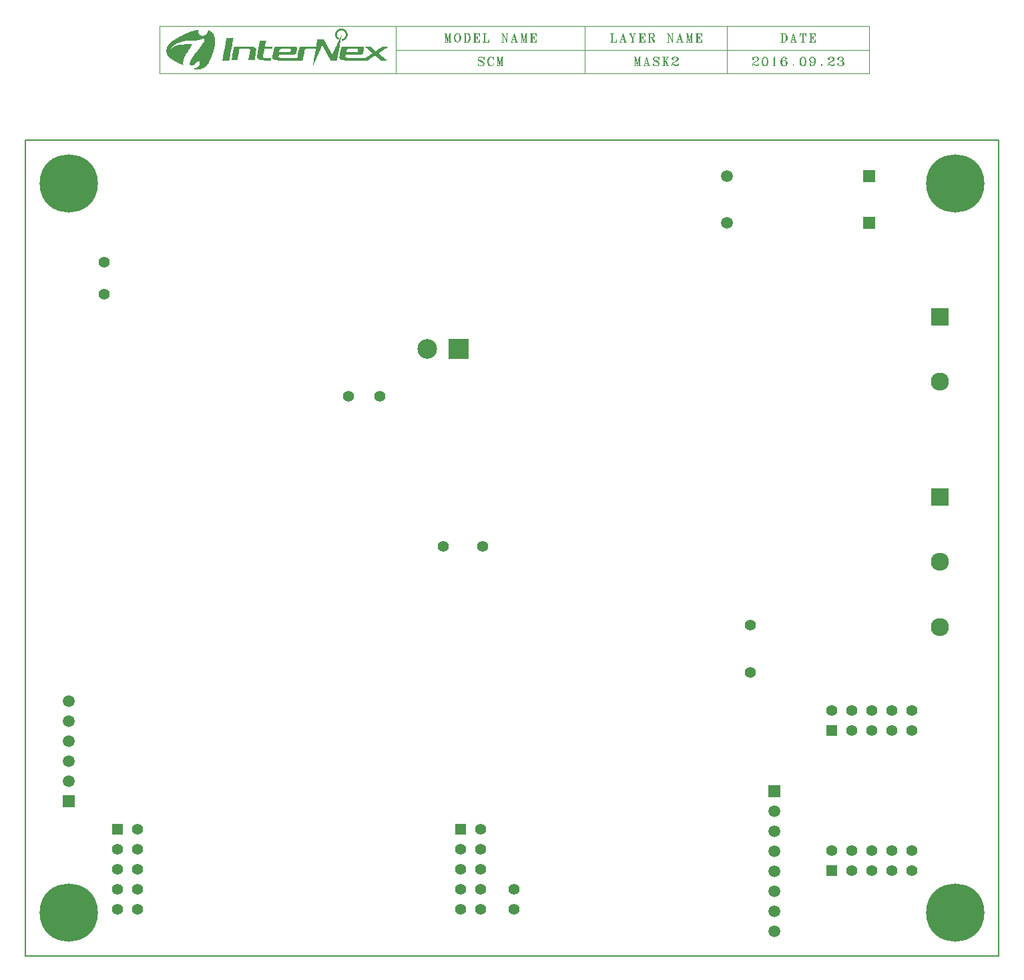
<source format=gbr>
%MOMM*%
%FSLAX33Y33*%
%ADD10C,0.203200*%
%ADD125C,0.120000*%
%ADD129R,1.500000X1.500000*%
%ADD130C,1.500000*%
%ADD135R,1.400000X1.400000*%
%ADD150C,2.500000*%
%ADD157R,2.500000X2.500000*%
%ADD167C,2.300000*%
%ADD168R,2.300000X2.300000*%
%ADD170C,7.400000*%
%ADD171C,3.500000*%
%ADD225C,1.000000*%
%ADD226C,1.400000*%
G90*G71*G01*D02*G54D10*X000000Y000000D02*X123500Y000000D01*X123500Y103500D01*
X000000Y103500D01*X000000Y000000D01*D02*G54D125*X047000Y118000D02*
X017000Y118000D01*X017000Y112000D01*X047000Y112000D01*X047000Y115000D02*
X107000Y115000D01*X071000Y118000D02*X071000Y112000D01*X047000Y118000D02*
X107000Y118000D01*X107000Y112000D02*X047000Y112000D01*X047000Y118000D02*
X047000Y112000D01*X107000Y118000D02*X107000Y112000D01*X089000Y118000D02*
X089000Y112000D01*X092265Y113882D02*X092265Y113827D01*X092319Y113827D01*
X092319Y113882D01*X092265Y113882D01*X092265Y113936D02*X092319Y113936D01*
X092374Y113882D01*X092374Y113827D01*X092319Y113773D01*X092265Y113773D01*
X092210Y113827D01*X092210Y113882D01*X092265Y113991D01*X092319Y114045D01*
X092483Y114082D01*X092709Y114082D01*X092873Y114045D01*X092928Y113991D01*
X092990Y113882D01*X092990Y113773D01*X092928Y113682D01*X092764Y113573D01*
X092483Y113464D01*X092374Y113409D01*X092265Y113300D01*X092210Y113155D01*
X092210Y112991D01*X092873Y113991D02*X092928Y113882D01*X092928Y113773D01*
X092873Y113682D01*X092709Y114082D02*X092818Y114045D01*X092873Y113882D01*
X092873Y113773D01*X092818Y113682D01*X092709Y113573D01*X092483Y113464D01*
X092210Y113100D02*X092265Y113155D01*X092374Y113155D01*X092647Y113100D01*
X092873Y113100D01*X092990Y113155D01*X092374Y113155D02*X092647Y113045D01*
X092873Y113045D01*X092928Y113100D01*X092374Y113155D02*X092647Y112991D01*
X092873Y112991D01*X092928Y113045D01*X092990Y113155D01*X092990Y113245D01*
X093738Y114082D02*X093574Y114045D01*X093465Y113882D01*X093410Y113627D01*
X093410Y113464D01*X093465Y113209D01*X093574Y113045D01*X093738Y112991D01*
X093855Y112991D01*X094018Y113045D01*X094128Y113209D01*X094190Y113464D01*
X094190Y113627D01*X094128Y113882D01*X094018Y114045D01*X093855Y114082D01*
X093738Y114082D01*X093574Y113991D02*X093519Y113882D01*X093465Y113682D01*
X093465Y113409D01*X093519Y113209D01*X093574Y113100D01*X094018Y113100D02*
X094073Y113209D01*X094128Y113409D01*X094128Y113682D01*X094073Y113882D01*
X094018Y113991D01*X093738Y114082D02*X093628Y114045D01*X093574Y113936D01*
X093519Y113682D01*X093519Y113409D01*X093574Y113155D01*X093628Y113045D01*
X093738Y112991D01*X093855Y112991D02*X093964Y113045D01*X094018Y113155D01*
X094073Y113409D01*X094073Y113682D01*X094018Y113936D01*X093964Y114045D01*
X093855Y114082D01*X094961Y113991D02*X094961Y112991D01*X094992Y113991D02*
X094992Y113045D01*X095016Y114082D02*X095016Y112991D01*X095016Y114082D02*
X094938Y113936D01*X094891Y113882D01*X094867Y112991D02*X095117Y112991D01*
X094961Y113045D02*X094914Y112991D01*X094961Y113100D02*X094938Y112991D01*
X095016Y113100D02*X095039Y112991D01*X095016Y113045D02*X095062Y112991D01*
X096418Y113936D02*X096418Y113882D01*X096473Y113882D01*X096473Y113936D01*
X096418Y113936D01*X096473Y113991D02*X096418Y113991D01*X096364Y113936D01*
X096364Y113882D01*X096418Y113827D01*X096473Y113827D01*X096528Y113882D01*
X096528Y113936D01*X096473Y114045D01*X096364Y114082D01*X096200Y114082D01*
X096028Y114045D01*X095919Y113936D01*X095865Y113827D01*X095810Y113627D01*
X095810Y113300D01*X095865Y113155D01*X095974Y113045D01*X096138Y112991D01*
X096255Y112991D01*X096418Y113045D01*X096528Y113155D01*X096590Y113300D01*
X096590Y113355D01*X096528Y113518D01*X096418Y113627D01*X096255Y113682D01*
X096138Y113682D01*X096028Y113627D01*X095974Y113573D01*X095919Y113464D01*
X095974Y113936D02*X095919Y113827D01*X095865Y113627D01*X095865Y113300D01*
X095919Y113155D01*X095974Y113100D01*X096473Y113155D02*X096528Y113245D01*
X096528Y113409D01*X096473Y113518D01*X096200Y114082D02*X096083Y114045D01*
X096028Y113991D01*X095974Y113882D01*X095919Y113682D01*X095919Y113300D01*
X095974Y113155D01*X096028Y113045D01*X096138Y112991D01*X096255Y112991D02*
X096364Y113045D01*X096418Y113100D01*X096473Y113245D01*X096473Y113409D01*
X096418Y113573D01*X096364Y113627D01*X096255Y113682D01*X097384Y113155D02*
X097361Y113100D01*X097361Y113045D01*X097384Y112991D01*X097408Y112991D01*
X097431Y113045D01*X097431Y113100D01*X097408Y113155D01*X097384Y113155D01*
X097384Y113100D02*X097384Y113045D01*X097408Y113045D01*X097408Y113100D01*
X097384Y113100D01*X098538Y114082D02*X098374Y114045D01*X098265Y113882D01*
X098210Y113627D01*X098210Y113464D01*X098265Y113209D01*X098374Y113045D01*
X098538Y112991D01*X098655Y112991D01*X098818Y113045D01*X098928Y113209D01*
X098990Y113464D01*X098990Y113627D01*X098928Y113882D01*X098818Y114045D01*
X098655Y114082D01*X098538Y114082D01*X098374Y113991D02*X098319Y113882D01*
X098265Y113682D01*X098265Y113409D01*X098319Y113209D01*X098374Y113100D01*
X098818Y113100D02*X098873Y113209D01*X098928Y113409D01*X098928Y113682D01*
X098873Y113882D01*X098818Y113991D01*X098538Y114082D02*X098428Y114045D01*
X098374Y113936D01*X098319Y113682D01*X098319Y113409D01*X098374Y113155D01*
X098428Y113045D01*X098538Y112991D01*X098655Y112991D02*X098764Y113045D01*
X098818Y113155D01*X098873Y113409D01*X098873Y113682D01*X098818Y113936D01*
X098764Y114045D01*X098655Y114082D01*X099519Y113209D02*X099519Y113155D01*
X099574Y113155D01*X099574Y113209D01*X099519Y113209D01*X100073Y113627D02*
X100018Y113518D01*X099964Y113464D01*X099855Y113409D01*X099738Y113409D01*
X099574Y113464D01*X099465Y113573D01*X099410Y113718D01*X099410Y113773D01*
X099465Y113936D01*X099574Y114045D01*X099738Y114082D01*X099855Y114082D01*
X100018Y114045D01*X100128Y113936D01*X100190Y113773D01*X100190Y113464D01*
X100128Y113245D01*X100073Y113155D01*X099964Y113045D01*X099792Y112991D01*
X099628Y112991D01*X099519Y113045D01*X099465Y113155D01*X099465Y113209D01*
X099519Y113245D01*X099574Y113245D01*X099628Y113209D01*X099628Y113155D01*
X099574Y113100D01*X099519Y113100D01*X099519Y113573D02*X099465Y113682D01*
X099465Y113827D01*X099519Y113936D01*X100018Y113991D02*X100073Y113936D01*
X100128Y113773D01*X100128Y113464D01*X100073Y113245D01*X100018Y113155D01*
X099738Y113409D02*X099628Y113464D01*X099574Y113518D01*X099519Y113682D01*
X099519Y113827D01*X099574Y113991D01*X099628Y114045D01*X099738Y114082D01*
X099855Y114082D02*X099964Y114045D01*X100018Y113936D01*X100073Y113773D01*
X100073Y113409D01*X100018Y113209D01*X099964Y113100D01*X099909Y113045D01*
X099792Y112991D01*X100984Y113155D02*X100961Y113100D01*X100961Y113045D01*
X100984Y112991D01*X101008Y112991D01*X101031Y113045D01*X101031Y113100D01*
X101008Y113155D01*X100984Y113155D01*X100984Y113100D02*X100984Y113045D01*
X101008Y113045D01*X101008Y113100D01*X100984Y113100D01*X101865Y113882D02*
X101865Y113827D01*X101919Y113827D01*X101919Y113882D01*X101865Y113882D01*
X101865Y113936D02*X101919Y113936D01*X101974Y113882D01*X101974Y113827D01*
X101919Y113773D01*X101865Y113773D01*X101810Y113827D01*X101810Y113882D01*
X101865Y113991D01*X101919Y114045D01*X102083Y114082D01*X102309Y114082D01*
X102473Y114045D01*X102528Y113991D01*X102590Y113882D01*X102590Y113773D01*
X102528Y113682D01*X102364Y113573D01*X102083Y113464D01*X101974Y113409D01*
X101865Y113300D01*X101810Y113155D01*X101810Y112991D01*X102473Y113991D02*
X102528Y113882D01*X102528Y113773D01*X102473Y113682D01*X102309Y114082D02*
X102418Y114045D01*X102473Y113882D01*X102473Y113773D01*X102418Y113682D01*
X102309Y113573D01*X102083Y113464D01*X101810Y113100D02*X101865Y113155D01*
X101974Y113155D01*X102247Y113100D01*X102473Y113100D01*X102590Y113155D01*
X101974Y113155D02*X102247Y113045D01*X102473Y113045D01*X102528Y113100D01*
X101974Y113155D02*X102247Y112991D01*X102473Y112991D01*X102528Y113045D01*
X102590Y113155D01*X102590Y113245D01*X103065Y113882D02*X103065Y113827D01*
X103119Y113827D01*X103119Y113882D01*X103065Y113882D01*X103065Y113936D02*
X103119Y113936D01*X103174Y113882D01*X103174Y113827D01*X103119Y113773D01*
X103065Y113773D01*X103010Y113827D01*X103010Y113882D01*X103065Y113991D01*
X103119Y114045D01*X103283Y114082D01*X103509Y114082D01*X103673Y114045D01*
X103728Y113936D01*X103728Y113773D01*X103673Y113682D01*X103509Y113627D01*
X103618Y114045D02*X103673Y113936D01*X103673Y113773D01*X103618Y113682D01*
X103455Y114082D02*X103564Y114045D01*X103618Y113936D01*X103618Y113773D01*
X103564Y113682D01*X103455Y113627D01*X103338Y113627D02*X103509Y113627D01*
X103618Y113573D01*X103728Y113464D01*X103790Y113355D01*X103790Y113209D01*
X103728Y113100D01*X103673Y113045D01*X103509Y112991D01*X103283Y112991D01*
X103119Y113045D01*X103065Y113100D01*X103010Y113209D01*X103010Y113245D01*
X103065Y113300D01*X103119Y113300D01*X103174Y113245D01*X103174Y113209D01*
X103119Y113155D01*X103065Y113155D01*X103673Y113464D02*X103728Y113355D01*
X103728Y113209D01*X103673Y113100D01*X103455Y113627D02*X103564Y113573D01*
X103618Y113518D01*X103673Y113355D01*X103673Y113209D01*X103618Y113045D01*
X103509Y112991D01*X103065Y113245D02*X103065Y113209D01*X103119Y113209D01*
X103119Y113245D01*X103065Y113245D01*X095943Y117082D02*X095943Y115991D01*
X095989Y117045D02*X095989Y116045D01*X096036Y117082D02*X096036Y115991D01*
X095810Y117082D02*X096262Y117082D01*X096403Y117045D01*X096496Y116936D01*
X096543Y116827D01*X096590Y116682D01*X096590Y116409D01*X096543Y116245D01*
X096496Y116155D01*X096403Y116045D01*X096262Y115991D01*X095810Y115991D01*
X096450Y116936D02*X096496Y116827D01*X096543Y116682D01*X096543Y116409D01*
X096496Y116245D01*X096450Y116155D01*X096262Y117082D02*X096356Y117045D01*
X096450Y116882D01*X096496Y116682D01*X096496Y116409D01*X096450Y116209D01*
X096356Y116045D01*X096262Y115991D01*X095849Y117082D02*X095943Y117045D01*
X095896Y117082D02*X095943Y116991D01*X096083Y117082D02*X096036Y116991D01*
X096130Y117082D02*X096036Y117045D01*X095943Y116045D02*X095849Y115991D01*
X095943Y116100D02*X095896Y115991D01*X096036Y116100D02*X096083Y115991D01*
X096036Y116045D02*X096130Y115991D01*X097400Y117082D02*X097096Y116045D01*
X097353Y116936D02*X097611Y115991D01*X097400Y116936D02*X097657Y115991D01*
X097400Y117082D02*X097696Y115991D01*X097182Y116300D02*X097572Y116300D01*
X097010Y115991D02*X097267Y115991D01*X097486Y115991D02*X097790Y115991D01*
X097096Y116045D02*X097049Y115991D01*X097096Y116045D02*X097182Y115991D01*
X097611Y116045D02*X097525Y115991D01*X097611Y116100D02*X097572Y115991D01*
X097657Y116100D02*X097743Y115991D01*X098210Y117082D02*X098210Y116773D01*
X098545Y117082D02*X098545Y115991D01*X098600Y117045D02*X098600Y116045D01*
X098647Y117082D02*X098647Y115991D01*X098990Y117082D02*X098990Y116773D01*
X098210Y117082D02*X098990Y117082D01*X098405Y115991D02*X098787Y115991D01*
X098257Y117082D02*X098210Y116773D01*X098304Y117082D02*X098210Y116936D01*
X098350Y117082D02*X098210Y116991D01*X098452Y117082D02*X098210Y117045D01*
X098740Y117082D02*X098990Y117045D01*X098842Y117082D02*X098990Y116991D01*
X098889Y117082D02*X098990Y116936D01*X098935Y117082D02*X098990Y116773D01*
X098545Y116045D02*X098452Y115991D01*X098545Y116100D02*X098499Y115991D01*
X098647Y116100D02*X098694Y115991D01*X098647Y116045D02*X098740Y115991D01*
X099550Y117082D02*X099550Y115991D01*X099597Y117045D02*X099597Y116045D01*
X099652Y117082D02*X099652Y115991D01*X099410Y117082D02*X100190Y117082D01*
X100190Y116773D01*X099652Y116573D02*X099940Y116573D01*X099940Y116773D02*
X099940Y116355D01*X099410Y115991D02*X100190Y115991D01*X100190Y116300D01*
X099457Y117082D02*X099550Y117045D01*X099504Y117082D02*X099550Y116991D01*
X099699Y117082D02*X099652Y116991D01*X099745Y117082D02*X099652Y117045D01*
X099940Y117082D02*X100190Y117045D01*X100042Y117082D02*X100190Y116991D01*
X100089Y117082D02*X100190Y116936D01*X100135Y117082D02*X100190Y116773D01*
X099940Y116773D02*X099894Y116573D01*X099940Y116355D01*X099940Y116682D02*
X099847Y116573D01*X099940Y116464D01*X099940Y116627D02*X099745Y116573D01*
X099940Y116518D01*X099550Y116045D02*X099457Y115991D01*X099550Y116100D02*
X099504Y115991D01*X099652Y116100D02*X099699Y115991D01*X099652Y116045D02*
X099745Y115991D01*X099940Y115991D02*X100190Y116045D01*X100042Y115991D02*
X100190Y116100D01*X100089Y115991D02*X100190Y116155D01*X100135Y115991D02*
X100190Y116300D01*X074366Y117082D02*X074366Y115991D01*X074413Y117045D02*
X074413Y116045D01*X074467Y117082D02*X074467Y115991D01*X074210Y117082D02*
X074623Y117082D01*X074210Y115991D02*X074990Y115991D01*X074990Y116300D01*
X074257Y117082D02*X074366Y117045D01*X074311Y117082D02*X074366Y116991D01*
X074522Y117082D02*X074467Y116991D01*X074569Y117082D02*X074467Y117045D01*
X074366Y116045D02*X074257Y115991D01*X074366Y116100D02*X074311Y115991D01*
X074467Y116100D02*X074522Y115991D01*X074467Y116045D02*X074569Y115991D01*
X074725Y115991D02*X074990Y116045D01*X074826Y115991D02*X074990Y116100D01*
X074881Y115991D02*X074990Y116155D01*X074935Y115991D02*X074990Y116300D01*
X075800Y117082D02*X075496Y116045D01*X075753Y116936D02*X076011Y115991D01*
X075800Y116936D02*X076057Y115991D01*X075800Y117082D02*X076096Y115991D01*
X075582Y116300D02*X075972Y116300D01*X075410Y115991D02*X075667Y115991D01*
X075886Y115991D02*X076190Y115991D01*X075496Y116045D02*X075449Y115991D01*
X075496Y116045D02*X075582Y115991D01*X076011Y116045D02*X075925Y115991D01*
X076011Y116100D02*X075972Y115991D01*X076057Y116100D02*X076143Y115991D01*
X076688Y117082D02*X076953Y116518D01*X076953Y115991D01*X076727Y117082D02*
X076992Y116518D01*X076992Y116045D01*X076758Y117082D02*X077039Y116518D01*
X077039Y115991D01*X077265Y117045D02*X077039Y116518D01*X076610Y117082D02*
X076883Y117082D01*X077148Y117082D02*X077390Y117082D01*X076844Y115991D02*
X077148Y115991D01*X076649Y117082D02*X076727Y117045D01*X076844Y117082D02*
X076758Y117045D01*X077195Y117082D02*X077265Y117045D01*X077343Y117082D02*
X077265Y117045D01*X076953Y116045D02*X076883Y115991D01*X076953Y116100D02*
X076914Y115991D01*X077039Y116100D02*X077070Y115991D01*X077039Y116045D02*
X077109Y115991D01*X077950Y117082D02*X077950Y115991D01*X077997Y117045D02*
X077997Y116045D01*X078052Y117082D02*X078052Y115991D01*X077810Y117082D02*
X078590Y117082D01*X078590Y116773D01*X078052Y116573D02*X078340Y116573D01*
X078340Y116773D02*X078340Y116355D01*X077810Y115991D02*X078590Y115991D01*
X078590Y116300D01*X077857Y117082D02*X077950Y117045D01*X077904Y117082D02*
X077950Y116991D01*X078099Y117082D02*X078052Y116991D01*X078145Y117082D02*
X078052Y117045D01*X078340Y117082D02*X078590Y117045D01*X078442Y117082D02*
X078590Y116991D01*X078489Y117082D02*X078590Y116936D01*X078535Y117082D02*
X078590Y116773D01*X078340Y116773D02*X078294Y116573D01*X078340Y116355D01*
X078340Y116682D02*X078247Y116573D01*X078340Y116464D01*X078340Y116627D02*
X078145Y116573D01*X078340Y116518D01*X077950Y116045D02*X077857Y115991D01*
X077950Y116100D02*X077904Y115991D01*X078052Y116100D02*X078099Y115991D01*
X078052Y116045D02*X078145Y115991D01*X078340Y115991D02*X078590Y116045D01*
X078442Y115991D02*X078590Y116100D01*X078489Y115991D02*X078590Y116155D01*
X078535Y115991D02*X078590Y116300D01*X079135Y117082D02*X079135Y115991D01*
X079182Y117045D02*X079182Y116045D01*X079221Y117082D02*X079221Y115991D01*
X079010Y117082D02*X079525Y117082D01*X079657Y117045D01*X079696Y116991D01*
X079743Y116882D01*X079743Y116773D01*X079696Y116682D01*X079657Y116627D01*
X079525Y116573D01*X079221Y116573D01*X079657Y116991D02*X079696Y116882D01*
X079696Y116773D01*X079657Y116682D01*X079525Y117082D02*X079611Y117045D01*
X079657Y116936D01*X079657Y116718D01*X079611Y116627D01*X079525Y116573D01*
X079392Y116573D02*X079486Y116518D01*X079525Y116409D01*X079611Y116100D01*
X079657Y115991D01*X079743Y115991D01*X079790Y116100D01*X079790Y116209D01*
X079611Y116209D02*X079657Y116100D01*X079696Y116045D01*X079743Y116045D01*
X079486Y116518D02*X079525Y116464D01*X079657Y116155D01*X079696Y116100D01*
X079743Y116100D01*X079790Y116155D01*X079010Y115991D02*X079353Y115991D01*
X079049Y117082D02*X079135Y117045D01*X079096Y117082D02*X079135Y116991D01*
X079267Y117082D02*X079221Y116991D01*X079306Y117082D02*X079221Y117045D01*
X079135Y116045D02*X079049Y115991D01*X079135Y116100D02*X079096Y115991D01*
X079221Y116100D02*X079267Y115991D01*X079221Y116045D02*X079306Y115991D01*
X081519Y117082D02*X081519Y116045D01*X081519Y117082D02*X082065Y115991D01*
X081566Y117082D02*X082026Y116155D01*X081597Y117082D02*X082065Y116155D01*
X082065Y117045D02*X082065Y115991D01*X081410Y117082D02*X081597Y117082D01*
X081956Y117082D02*X082190Y117082D01*X081410Y115991D02*X081636Y115991D01*
X081441Y117082D02*X081519Y117045D01*X081995Y117082D02*X082065Y117045D01*
X082151Y117082D02*X082065Y117045D01*X081519Y116045D02*X081441Y115991D01*
X081519Y116045D02*X081597Y115991D01*X083000Y117082D02*X082696Y116045D01*
X082953Y116936D02*X083211Y115991D01*X083000Y116936D02*X083257Y115991D01*
X083000Y117082D02*X083296Y115991D01*X082782Y116300D02*X083172Y116300D01*
X082610Y115991D02*X082867Y115991D01*X083086Y115991D02*X083390Y115991D01*
X082696Y116045D02*X082649Y115991D01*X082696Y116045D02*X082782Y115991D01*
X083211Y116045D02*X083125Y115991D01*X083211Y116100D02*X083172Y115991D01*
X083257Y116100D02*X083343Y115991D01*X083911Y117082D02*X083911Y116045D01*
X083911Y117082D02*X084161Y115991D01*X083950Y117082D02*X084161Y116155D01*
X083982Y117082D02*X084192Y116155D01*X084411Y117082D02*X084161Y115991D01*
X084411Y117082D02*X084411Y115991D01*X084442Y117045D02*X084442Y116045D01*
X084481Y117082D02*X084481Y115991D01*X083810Y117082D02*X083982Y117082D01*
X084411Y117082D02*X084590Y117082D01*X083810Y115991D02*X084021Y115991D01*
X084301Y115991D02*X084590Y115991D01*X083841Y117082D02*X083911Y117045D01*
X084512Y117082D02*X084481Y116991D01*X084551Y117082D02*X084481Y117045D01*
X083911Y116045D02*X083841Y115991D01*X083911Y116045D02*X083982Y115991D01*
X084411Y116045D02*X084340Y115991D01*X084411Y116100D02*X084372Y115991D01*
X084481Y116100D02*X084512Y115991D01*X084481Y116045D02*X084551Y115991D01*
X085150Y117082D02*X085150Y115991D01*X085197Y117045D02*X085197Y116045D01*
X085252Y117082D02*X085252Y115991D01*X085010Y117082D02*X085790Y117082D01*
X085790Y116773D01*X085252Y116573D02*X085540Y116573D01*X085540Y116773D02*
X085540Y116355D01*X085010Y115991D02*X085790Y115991D01*X085790Y116300D01*
X085057Y117082D02*X085150Y117045D01*X085104Y117082D02*X085150Y116991D01*
X085299Y117082D02*X085252Y116991D01*X085345Y117082D02*X085252Y117045D01*
X085540Y117082D02*X085790Y117045D01*X085642Y117082D02*X085790Y116991D01*
X085689Y117082D02*X085790Y116936D01*X085735Y117082D02*X085790Y116773D01*
X085540Y116773D02*X085494Y116573D01*X085540Y116355D01*X085540Y116682D02*
X085447Y116573D01*X085540Y116464D01*X085540Y116627D02*X085345Y116573D01*
X085540Y116518D01*X085150Y116045D02*X085057Y115991D01*X085150Y116100D02*
X085104Y115991D01*X085252Y116100D02*X085299Y115991D01*X085252Y116045D02*
X085345Y115991D01*X085540Y115991D02*X085790Y116045D01*X085642Y115991D02*
X085790Y116100D01*X085689Y115991D02*X085790Y116155D01*X085735Y115991D02*
X085790Y116300D01*X053311Y117082D02*X053311Y116045D01*X053311Y117082D02*
X053561Y115991D01*X053350Y117082D02*X053561Y116155D01*X053382Y117082D02*
X053592Y116155D01*X053811Y117082D02*X053561Y115991D01*X053811Y117082D02*
X053811Y115991D01*X053842Y117045D02*X053842Y116045D01*X053881Y117082D02*
X053881Y115991D01*X053210Y117082D02*X053382Y117082D01*X053811Y117082D02*
X053990Y117082D01*X053210Y115991D02*X053421Y115991D01*X053701Y115991D02*
X053990Y115991D01*X053241Y117082D02*X053311Y117045D01*X053912Y117082D02*
X053881Y116991D01*X053951Y117082D02*X053881Y117045D01*X053311Y116045D02*
X053241Y115991D01*X053311Y116045D02*X053382Y115991D01*X053811Y116045D02*
X053740Y115991D01*X053811Y116100D02*X053772Y115991D01*X053881Y116100D02*
X053912Y115991D01*X053881Y116045D02*X053951Y115991D01*X054745Y117082D02*
X054605Y117045D01*X054504Y116936D01*X054457Y116827D01*X054410Y116627D01*
X054410Y116464D01*X054457Y116245D01*X054504Y116155D01*X054605Y116045D01*
X054745Y115991D01*X054847Y115991D01*X054995Y116045D01*X055089Y116155D01*
X055135Y116245D01*X055190Y116464D01*X055190Y116627D01*X055135Y116827D01*
X055089Y116936D01*X054995Y117045D01*X054847Y117082D01*X054745Y117082D01*
X054550Y116936D02*X054504Y116827D01*X054457Y116682D01*X054457Y116409D01*
X054504Y116245D01*X054550Y116155D01*X055042Y116155D02*X055089Y116245D01*
X055135Y116409D01*X055135Y116682D01*X055089Y116827D01*X055042Y116936D01*
X054745Y117082D02*X054652Y117045D01*X054550Y116882D01*X054504Y116682D01*
X054504Y116409D01*X054550Y116209D01*X054652Y116045D01*X054745Y115991D01*
X054847Y115991D02*X054940Y116045D01*X055042Y116209D01*X055089Y116409D01*
X055089Y116682D01*X055042Y116882D01*X054940Y117045D01*X054847Y117082D01*
X055743Y117082D02*X055743Y115991D01*X055789Y117045D02*X055789Y116045D01*
X055836Y117082D02*X055836Y115991D01*X055610Y117082D02*X056062Y117082D01*
X056203Y117045D01*X056296Y116936D01*X056343Y116827D01*X056390Y116682D01*
X056390Y116409D01*X056343Y116245D01*X056296Y116155D01*X056203Y116045D01*
X056062Y115991D01*X055610Y115991D01*X056250Y116936D02*X056296Y116827D01*
X056343Y116682D01*X056343Y116409D01*X056296Y116245D01*X056250Y116155D01*
X056062Y117082D02*X056156Y117045D01*X056250Y116882D01*X056296Y116682D01*
X056296Y116409D01*X056250Y116209D01*X056156Y116045D01*X056062Y115991D01*
X055649Y117082D02*X055743Y117045D01*X055696Y117082D02*X055743Y116991D01*
X055883Y117082D02*X055836Y116991D01*X055930Y117082D02*X055836Y117045D01*
X055743Y116045D02*X055649Y115991D01*X055743Y116100D02*X055696Y115991D01*
X055836Y116100D02*X055883Y115991D01*X055836Y116045D02*X055930Y115991D01*
X056950Y117082D02*X056950Y115991D01*X056997Y117045D02*X056997Y116045D01*
X057052Y117082D02*X057052Y115991D01*X056810Y117082D02*X057590Y117082D01*
X057590Y116773D01*X057052Y116573D02*X057340Y116573D01*X057340Y116773D02*
X057340Y116355D01*X056810Y115991D02*X057590Y115991D01*X057590Y116300D01*
X056857Y117082D02*X056950Y117045D01*X056904Y117082D02*X056950Y116991D01*
X057099Y117082D02*X057052Y116991D01*X057145Y117082D02*X057052Y117045D01*
X057340Y117082D02*X057590Y117045D01*X057442Y117082D02*X057590Y116991D01*
X057489Y117082D02*X057590Y116936D01*X057535Y117082D02*X057590Y116773D01*
X057340Y116773D02*X057294Y116573D01*X057340Y116355D01*X057340Y116682D02*
X057247Y116573D01*X057340Y116464D01*X057340Y116627D02*X057145Y116573D01*
X057340Y116518D01*X056950Y116045D02*X056857Y115991D01*X056950Y116100D02*
X056904Y115991D01*X057052Y116100D02*X057099Y115991D01*X057052Y116045D02*
X057145Y115991D01*X057340Y115991D02*X057590Y116045D01*X057442Y115991D02*
X057590Y116100D01*X057489Y115991D02*X057590Y116155D01*X057535Y115991D02*
X057590Y116300D01*X058166Y117082D02*X058166Y115991D01*X058213Y117045D02*
X058213Y116045D01*X058267Y117082D02*X058267Y115991D01*X058010Y117082D02*
X058423Y117082D01*X058010Y115991D02*X058790Y115991D01*X058790Y116300D01*
X058057Y117082D02*X058166Y117045D01*X058111Y117082D02*X058166Y116991D01*
X058322Y117082D02*X058267Y116991D01*X058369Y117082D02*X058267Y117045D01*
X058166Y116045D02*X058057Y115991D01*X058166Y116100D02*X058111Y115991D01*
X058267Y116100D02*X058322Y115991D01*X058267Y116045D02*X058369Y115991D01*
X058525Y115991D02*X058790Y116045D01*X058626Y115991D02*X058790Y116100D01*
X058681Y115991D02*X058790Y116155D01*X058735Y115991D02*X058790Y116300D01*
X060519Y117082D02*X060519Y116045D01*X060519Y117082D02*X061065Y115991D01*
X060566Y117082D02*X061026Y116155D01*X060597Y117082D02*X061065Y116155D01*
X061065Y117045D02*X061065Y115991D01*X060410Y117082D02*X060597Y117082D01*
X060956Y117082D02*X061190Y117082D01*X060410Y115991D02*X060636Y115991D01*
X060441Y117082D02*X060519Y117045D01*X060995Y117082D02*X061065Y117045D01*
X061151Y117082D02*X061065Y117045D01*X060519Y116045D02*X060441Y115991D01*
X060519Y116045D02*X060597Y115991D01*X062000Y117082D02*X061696Y116045D01*
X061953Y116936D02*X062211Y115991D01*X062000Y116936D02*X062257Y115991D01*
X062000Y117082D02*X062296Y115991D01*X061782Y116300D02*X062172Y116300D01*
X061610Y115991D02*X061867Y115991D01*X062086Y115991D02*X062390Y115991D01*
X061696Y116045D02*X061649Y115991D01*X061696Y116045D02*X061782Y115991D01*
X062211Y116045D02*X062125Y115991D01*X062211Y116100D02*X062172Y115991D01*
X062257Y116100D02*X062343Y115991D01*X062911Y117082D02*X062911Y116045D01*
X062911Y117082D02*X063161Y115991D01*X062950Y117082D02*X063161Y116155D01*
X062982Y117082D02*X063192Y116155D01*X063411Y117082D02*X063161Y115991D01*
X063411Y117082D02*X063411Y115991D01*X063442Y117045D02*X063442Y116045D01*
X063481Y117082D02*X063481Y115991D01*X062810Y117082D02*X062982Y117082D01*
X063411Y117082D02*X063590Y117082D01*X062810Y115991D02*X063021Y115991D01*
X063301Y115991D02*X063590Y115991D01*X062841Y117082D02*X062911Y117045D01*
X063512Y117082D02*X063481Y116991D01*X063551Y117082D02*X063481Y117045D01*
X062911Y116045D02*X062841Y115991D01*X062911Y116045D02*X062982Y115991D01*
X063411Y116045D02*X063340Y115991D01*X063411Y116100D02*X063372Y115991D01*
X063481Y116100D02*X063512Y115991D01*X063481Y116045D02*X063551Y115991D01*
X064150Y117082D02*X064150Y115991D01*X064197Y117045D02*X064197Y116045D01*
X064252Y117082D02*X064252Y115991D01*X064010Y117082D02*X064790Y117082D01*
X064790Y116773D01*X064252Y116573D02*X064540Y116573D01*X064540Y116773D02*
X064540Y116355D01*X064010Y115991D02*X064790Y115991D01*X064790Y116300D01*
X064057Y117082D02*X064150Y117045D01*X064104Y117082D02*X064150Y116991D01*
X064299Y117082D02*X064252Y116991D01*X064345Y117082D02*X064252Y117045D01*
X064540Y117082D02*X064790Y117045D01*X064642Y117082D02*X064790Y116991D01*
X064689Y117082D02*X064790Y116936D01*X064735Y117082D02*X064790Y116773D01*
X064540Y116773D02*X064494Y116573D01*X064540Y116355D01*X064540Y116682D02*
X064447Y116573D01*X064540Y116464D01*X064540Y116627D02*X064345Y116573D01*
X064540Y116518D01*X064150Y116045D02*X064057Y115991D01*X064150Y116100D02*
X064104Y115991D01*X064252Y116100D02*X064299Y115991D01*X064252Y116045D02*
X064345Y115991D01*X064540Y115991D02*X064790Y116045D01*X064642Y115991D02*
X064790Y116100D01*X064689Y115991D02*X064790Y116155D01*X064735Y115991D02*
X064790Y116300D01*X058128Y113936D02*X058190Y114082D01*X058190Y113773D01*
X058128Y113936D01*X058018Y114045D01*X057847Y114082D01*X057683Y114082D01*
X057519Y114045D01*X057410Y113936D01*X057410Y113773D01*X057465Y113682D01*
X057628Y113573D01*X057964Y113464D01*X058073Y113409D01*X058128Y113300D01*
X058128Y113155D01*X058073Y113045D01*X057465Y113773D02*X057519Y113682D01*
X057628Y113627D01*X057964Y113518D01*X058073Y113464D01*X058128Y113355D01*
X057519Y114045D02*X057465Y113936D01*X057465Y113827D01*X057519Y113718D01*
X057628Y113682D01*X057964Y113573D01*X058128Y113464D01*X058190Y113355D01*
X058190Y113209D01*X058128Y113100D01*X058073Y113045D01*X057909Y112991D01*
X057738Y112991D01*X057574Y113045D01*X057465Y113155D01*X057410Y113300D01*
X057410Y112991D01*X057465Y113155D01*X059335Y113936D02*X059390Y114082D01*
X059390Y113773D01*X059335Y113936D01*X059226Y114045D01*X059125Y114082D01*
X058969Y114082D01*X058813Y114045D01*X058711Y113936D01*X058657Y113827D01*
X058610Y113682D01*X058610Y113409D01*X058657Y113245D01*X058711Y113155D01*
X058813Y113045D01*X058969Y112991D01*X059125Y112991D01*X059226Y113045D01*
X059335Y113155D01*X059390Y113245D01*X058758Y113936D02*X058711Y113827D01*
X058657Y113682D01*X058657Y113409D01*X058711Y113245D01*X058758Y113155D01*
X058969Y114082D02*X058867Y114045D01*X058758Y113882D01*X058711Y113682D01*
X058711Y113409D01*X058758Y113209D01*X058867Y113045D01*X058969Y112991D01*
X059911Y114082D02*X059911Y113045D01*X059911Y114082D02*X060161Y112991D01*
X059950Y114082D02*X060161Y113155D01*X059982Y114082D02*X060192Y113155D01*
X060411Y114082D02*X060161Y112991D01*X060411Y114082D02*X060411Y112991D01*
X060442Y114045D02*X060442Y113045D01*X060481Y114082D02*X060481Y112991D01*
X059810Y114082D02*X059982Y114082D01*X060411Y114082D02*X060590Y114082D01*
X059810Y112991D02*X060021Y112991D01*X060301Y112991D02*X060590Y112991D01*
X059841Y114082D02*X059911Y114045D01*X060512Y114082D02*X060481Y113991D01*
X060551Y114082D02*X060481Y114045D01*X059911Y113045D02*X059841Y112991D01*
X059911Y113045D02*X059982Y112991D01*X060411Y113045D02*X060340Y112991D01*
X060411Y113100D02*X060372Y112991D01*X060481Y113100D02*X060512Y112991D01*
X060481Y113045D02*X060551Y112991D01*X077311Y114082D02*X077311Y113045D01*
X077311Y114082D02*X077561Y112991D01*X077350Y114082D02*X077561Y113155D01*
X077382Y114082D02*X077592Y113155D01*X077811Y114082D02*X077561Y112991D01*
X077811Y114082D02*X077811Y112991D01*X077842Y114045D02*X077842Y113045D01*
X077881Y114082D02*X077881Y112991D01*X077210Y114082D02*X077382Y114082D01*
X077811Y114082D02*X077990Y114082D01*X077210Y112991D02*X077421Y112991D01*
X077701Y112991D02*X077990Y112991D01*X077241Y114082D02*X077311Y114045D01*
X077912Y114082D02*X077881Y113991D01*X077951Y114082D02*X077881Y114045D01*
X077311Y113045D02*X077241Y112991D01*X077311Y113045D02*X077382Y112991D01*
X077811Y113045D02*X077740Y112991D01*X077811Y113100D02*X077772Y112991D01*
X077881Y113100D02*X077912Y112991D01*X077881Y113045D02*X077951Y112991D01*
X078800Y114082D02*X078496Y113045D01*X078753Y113936D02*X079011Y112991D01*
X078800Y113936D02*X079057Y112991D01*X078800Y114082D02*X079096Y112991D01*
X078582Y113300D02*X078972Y113300D01*X078410Y112991D02*X078667Y112991D01*
X078886Y112991D02*X079190Y112991D01*X078496Y113045D02*X078449Y112991D01*
X078496Y113045D02*X078582Y112991D01*X079011Y113045D02*X078925Y112991D01*
X079011Y113100D02*X078972Y112991D01*X079057Y113100D02*X079143Y112991D01*
X080328Y113936D02*X080390Y114082D01*X080390Y113773D01*X080328Y113936D01*
X080218Y114045D01*X080047Y114082D01*X079883Y114082D01*X079719Y114045D01*
X079610Y113936D01*X079610Y113773D01*X079665Y113682D01*X079828Y113573D01*
X080164Y113464D01*X080273Y113409D01*X080328Y113300D01*X080328Y113155D01*
X080273Y113045D01*X079665Y113773D02*X079719Y113682D01*X079828Y113627D01*
X080164Y113518D01*X080273Y113464D01*X080328Y113355D01*X079719Y114045D02*
X079665Y113936D01*X079665Y113827D01*X079719Y113718D01*X079828Y113682D01*
X080164Y113573D01*X080328Y113464D01*X080390Y113355D01*X080390Y113209D01*
X080328Y113100D01*X080273Y113045D01*X080109Y112991D01*X079938Y112991D01*
X079774Y113045D01*X079665Y113155D01*X079610Y113300D01*X079610Y112991D01*
X079665Y113155D01*X080927Y114082D02*X080927Y112991D01*X080974Y114045D02*
X080974Y113045D01*X081013Y114082D02*X081013Y112991D01*X081465Y114045D02*
X081013Y113464D01*X081138Y113573D02*X081418Y112991D01*X081177Y113573D02*
X081465Y112991D01*X081177Y113682D02*X081504Y112991D01*X080810Y114082D02*
X081138Y114082D01*X081340Y114082D02*X081590Y114082D01*X080810Y112991D02*
X081138Y112991D01*X081301Y112991D02*X081590Y112991D01*X080849Y114082D02*
X080927Y114045D01*X080888Y114082D02*X080927Y113991D01*X081052Y114082D02*
X081013Y113991D01*X081091Y114082D02*X081013Y114045D01*X081418Y114082D02*
X081465Y114045D01*X081543Y114082D02*X081465Y114045D01*X080927Y113045D02*
X080849Y112991D01*X080927Y113100D02*X080888Y112991D01*X081013Y113100D02*
X081052Y112991D01*X081013Y113045D02*X081091Y112991D01*X081418Y113100D02*
X081340Y112991D01*X081418Y113100D02*X081543Y112991D01*X082065Y113882D02*
X082065Y113827D01*X082119Y113827D01*X082119Y113882D01*X082065Y113882D01*
X082065Y113936D02*X082119Y113936D01*X082174Y113882D01*X082174Y113827D01*
X082119Y113773D01*X082065Y113773D01*X082010Y113827D01*X082010Y113882D01*
X082065Y113991D01*X082119Y114045D01*X082283Y114082D01*X082509Y114082D01*
X082673Y114045D01*X082728Y113991D01*X082790Y113882D01*X082790Y113773D01*
X082728Y113682D01*X082564Y113573D01*X082283Y113464D01*X082174Y113409D01*
X082065Y113300D01*X082010Y113155D01*X082010Y112991D01*X082673Y113991D02*
X082728Y113882D01*X082728Y113773D01*X082673Y113682D01*X082509Y114082D02*
X082618Y114045D01*X082673Y113882D01*X082673Y113773D01*X082618Y113682D01*
X082509Y113573D01*X082283Y113464D01*X082010Y113100D02*X082065Y113155D01*
X082174Y113155D01*X082447Y113100D01*X082673Y113100D01*X082790Y113155D01*
X082174Y113155D02*X082447Y113045D01*X082673Y113045D01*X082728Y113100D01*
X082174Y113155D02*X082447Y112991D01*X082673Y112991D01*X082728Y113045D01*
X082790Y113155D01*X082790Y113245D01*X000000Y000000D02*D02*G54D129*
X005500Y019650D03*X095000Y020890D03*X107000Y093000D03*X107000Y099000D03*D02*
G54D130*X095000Y003110D03*X095000Y008190D03*X095000Y005650D03*X095000Y013270D03*
X095000Y010730D03*X095000Y018350D03*X095000Y015810D03*X005500Y022190D03*
X005500Y024730D03*X005500Y027270D03*X005500Y029810D03*X005500Y032350D03*
X089000Y093000D03*X089000Y099000D03*D02*G54D135*X102340Y010800D03*
X011730Y016080D03*X055230Y016080D03*X102340Y028580D03*D02*G54D150*
X051020Y077000D03*D02*G54D157*X054980Y077000D03*D02*G54D167*X116000Y041750D03*
X116000Y050000D03*X116000Y072875D03*D02*G54D168*X116000Y058250D03*
X116000Y081125D03*D02*G54D170*X005500Y005500D03*X118000Y005500D03*
X005500Y098000D03*X118000Y098000D03*D02*G54D171*X005500Y005500D03*
X118000Y005500D03*X005500Y098000D03*X118000Y098000D03*D02*G54D225*
X003520Y003520D03*X005500Y002700D03*X007480Y003520D03*X116020Y003520D03*
X118000Y002700D03*X119980Y003520D03*X008300Y005500D03*X007480Y007480D03*
X005500Y008300D03*X003520Y007480D03*X002700Y005500D03*X118000Y008300D03*
X116020Y007480D03*X115200Y005500D03*X120800Y005500D03*X119980Y007480D03*
X005500Y095200D03*X118000Y095200D03*X008300Y098000D03*X007480Y099980D03*
X005500Y100800D03*X003520Y099980D03*X002700Y098000D03*X003520Y096020D03*
X007480Y096020D03*X118000Y100800D03*X116020Y099980D03*X115200Y098000D03*
X116020Y096020D03*X120800Y098000D03*X119980Y099980D03*X119980Y096020D03*D02*
G54D226*X014270Y005920D03*X014270Y008460D03*X011730Y005920D03*X011730Y008460D03*
X057770Y005920D03*X057770Y008460D03*X055230Y005920D03*X055230Y008460D03*
X062000Y008460D03*X062000Y005920D03*X014270Y011000D03*X014270Y013540D03*
X011730Y011000D03*X011730Y013540D03*X057770Y011000D03*X057770Y013540D03*
X055230Y011000D03*X055230Y013540D03*X109960Y013340D03*X107420Y013340D03*
X104880Y013340D03*X102340Y013340D03*X109960Y010800D03*X107420Y010800D03*
X104880Y010800D03*X112500Y013340D03*X112500Y010800D03*X014270Y016080D03*
X057770Y016080D03*X109960Y031120D03*X107420Y031120D03*X104880Y031120D03*
X102340Y031120D03*X109960Y028580D03*X107420Y028580D03*X104880Y028580D03*
X112500Y031120D03*X112500Y028580D03*X092000Y036000D03*X092000Y042000D03*
X053000Y052000D03*X058000Y052000D03*X041000Y071000D03*X045000Y071000D03*
X010000Y084000D03*X010000Y088000D03*
G36*X043083Y115388D02*X043083Y115425D01*X043749Y115425D01*X043749Y115388D01*
X043786Y115388D01*X043786Y115351D01*X043860Y115351D01*X043860Y115314D01*
X043897Y115314D01*X043897Y115277D01*X043934Y115277D01*X043934Y115240D01*
X043971Y115240D01*X043971Y115203D01*X044008Y115203D01*X044008Y115166D01*
X044045Y115166D01*X044045Y115129D01*X044082Y115129D01*X044082Y115092D01*
X044120Y115092D01*X044120Y115055D01*X044157Y115055D01*X044157Y115017D01*
X044231Y115017D01*X044231Y114980D01*X044268Y114980D01*X044268Y114943D01*
X044305Y114943D01*X044305Y114906D01*X044342Y114906D01*X044342Y114869D01*
X044379Y114869D01*X044379Y114832D01*X044453Y114832D01*X044453Y114869D01*
X044527Y114869D01*X044527Y114906D01*X044601Y114906D01*X044601Y114943D01*
X044638Y114943D01*X044638Y114980D01*X044712Y114980D01*X044712Y115017D01*
X044749Y115017D01*X044749Y115055D01*X044823Y115055D01*X044823Y115092D01*
X044897Y115092D01*X044897Y115129D01*X044934Y115129D01*X044934Y115166D01*
X045008Y115166D01*X045008Y115203D01*X045045Y115203D01*X045045Y115240D01*
X045119Y115240D01*X045119Y115277D01*X045156Y115277D01*X045156Y115314D01*
X045231Y115314D01*X045231Y115351D01*X045268Y115351D01*X045268Y115388D01*
X045342Y115388D01*X045342Y115425D01*X046119Y115425D01*X046119Y115388D01*
X046045Y115388D01*X046045Y115351D01*X046008Y115351D01*X046008Y115314D01*
X045934Y115314D01*X045934Y115277D01*X045897Y115277D01*X045897Y115240D01*
X045823Y115240D01*X045823Y115203D01*X045786Y115203D01*X045786Y115166D01*
X045712Y115166D01*X045712Y115129D01*X045675Y115129D01*X045675Y115092D01*
X045601Y115092D01*X045601Y115055D01*X045564Y115055D01*X045564Y115017D01*
X045490Y115017D01*X045490Y114980D01*X045453Y114980D01*X045453Y114943D01*
X045379Y114943D01*X045379Y114906D01*X045342Y114906D01*X045342Y114869D01*
X045268Y114869D01*X045268Y114832D01*X045231Y114832D01*X045231Y114795D01*
X045156Y114795D01*X045156Y114758D01*X045119Y114758D01*X045119Y114721D01*
X045045Y114721D01*X045045Y114684D01*X045008Y114684D01*X045008Y114647D01*
X044934Y114647D01*X044934Y114610D01*X044897Y114610D01*X044897Y114573D01*
X044823Y114573D01*X044823Y114499D01*X044008Y114499D01*X044008Y114610D01*
X043971Y114610D01*X043971Y114647D01*X043897Y114647D01*X043897Y114684D01*
X043860Y114684D01*X043860Y114721D01*X043823Y114721D01*X043823Y114758D01*
X043786Y114758D01*X043786Y114795D01*X043749Y114795D01*X043749Y114832D01*
X043712Y114832D01*X043712Y114869D01*X043675Y114869D01*X043675Y114906D01*
X043638Y114906D01*X043638Y114943D01*X043564Y114943D01*X043564Y114980D01*
X043527Y114980D01*X043527Y115017D01*X043490Y115017D01*X043490Y115055D01*
X043453Y115055D01*X043453Y115092D01*X043416Y115092D01*X043416Y115129D01*
X043379Y115129D01*X043379Y115166D01*X043342Y115166D01*X043342Y115203D01*
X043268Y115203D01*X043268Y115240D01*X043231Y115240D01*X043231Y115277D01*
X043194Y115277D01*X043194Y115314D01*X043157Y115314D01*X043157Y115351D01*
X043120Y115351D01*X043120Y115388D01*X043083Y115388D01*G37*G36*X043194Y113981D02*
X043194Y114018D01*X043268Y114018D01*X043268Y114055D01*X043305Y114055D01*
X043305Y114092D01*X043379Y114092D01*X043379Y114129D01*X043453Y114129D01*
X043453Y114166D01*X043490Y114166D01*X043490Y114203D01*X043564Y114203D01*
X043564Y114240D01*X043601Y114240D01*X043601Y114277D01*X043638Y114277D01*
X043638Y114314D01*X043712Y114314D01*X043712Y114351D01*X043786Y114351D01*
X043786Y114388D01*X043823Y114388D01*X043823Y114425D01*X043897Y114425D01*
X043897Y114462D01*X043934Y114462D01*X043934Y114499D01*X044860Y114499D01*
X044860Y114462D01*X044897Y114462D01*X044897Y114425D01*X044971Y114425D01*
X044971Y114388D01*X045008Y114388D01*X045008Y114351D01*X045045Y114351D01*
X045045Y114314D01*X045082Y114314D01*X045082Y114277D01*X045156Y114277D01*
X045156Y114240D01*X045193Y114240D01*X045193Y114203D01*X045231Y114203D01*
X045231Y114166D01*X045268Y114166D01*X045268Y114129D01*X045342Y114129D01*
X045342Y114092D01*X045379Y114092D01*X045379Y114055D01*X045416Y114055D01*
X045416Y114018D01*X045453Y114018D01*X045453Y113981D01*X045527Y113981D01*
X045527Y113944D01*X045564Y113944D01*X045564Y113906D01*X045601Y113906D01*
X045601Y113869D01*X045638Y113869D01*X045638Y113832D01*X045675Y113832D01*
X045675Y113795D01*X045749Y113795D01*X045749Y113758D01*X045786Y113758D01*
X045786Y113721D01*X045823Y113721D01*X045823Y113684D01*X045860Y113684D01*
X045860Y113647D01*X045082Y113647D01*X045082Y113684D01*X045008Y113684D01*
X045008Y113721D01*X044971Y113721D01*X044971Y113758D01*X044934Y113758D01*
X044934Y113795D01*X044897Y113795D01*X044897Y113832D01*X044860Y113832D01*
X044860Y113869D01*X044823Y113869D01*X044823Y113906D01*X044749Y113906D01*
X044749Y113944D01*X044712Y113944D01*X044712Y113981D01*X044675Y113981D01*
X044675Y114018D01*X044638Y114018D01*X044638Y114055D01*X044601Y114055D01*
X044601Y114092D01*X044564Y114092D01*X044564Y114129D01*X044490Y114129D01*
X044490Y114166D01*X044453Y114166D01*X044453Y114203D01*X044416Y114203D01*
X044416Y114240D01*X044342Y114240D01*X044342Y114203D01*X044268Y114203D01*
X044268Y114166D01*X044231Y114166D01*X044231Y114129D01*X044157Y114129D01*
X044157Y114092D01*X044082Y114092D01*X044082Y114055D01*X044045Y114055D01*
X044045Y114018D01*X043971Y114018D01*X043971Y113981D01*X043194Y113981D01*G37*G36*
X040157Y116203D02*X040194Y116203D01*X040194Y116166D01*X040268Y116166D01*
X040268Y116128D01*X040342Y116128D01*X040342Y116166D01*X040416Y116166D01*
X040416Y116203D01*X040490Y116203D01*X040490Y116240D01*X040564Y116240D01*
X040564Y116277D01*X040601Y116277D01*X040601Y116314D01*X040638Y116314D01*
X040638Y116351D01*X040675Y116351D01*X040675Y116388D01*X040712Y116388D01*
X040712Y116425D01*X040749Y116425D01*X040749Y116499D01*X040787Y116499D01*
X040787Y116536D01*X040824Y116536D01*X040824Y116610D01*X040861Y116610D01*
X040861Y116758D01*X040898Y116758D01*X040898Y117054D01*X040861Y117054D01*
X040861Y117165D01*X040601Y117165D01*X040601Y117091D01*X040638Y117091D01*
X040638Y116721D01*X040601Y116721D01*X040601Y116647D01*X040564Y116647D01*
X040564Y116573D01*X040527Y116573D01*X040527Y116536D01*X040490Y116536D01*
X040490Y116499D01*X040453Y116499D01*X040453Y116462D01*X040379Y116462D01*
X040379Y116425D01*X040305Y116425D01*X040305Y116388D01*X040231Y116388D01*
X040231Y116351D01*X040194Y116351D01*X040194Y116314D01*X040157Y116314D01*
X040157Y116203D01*G37*G36*X039379Y117202D02*X039676Y117202D01*X039676Y117239D01*
X039713Y117239D01*X039713Y117314D01*X039750Y117314D01*X039750Y117351D01*
X039824Y117351D01*X039824Y117388D01*X039898Y117388D01*X039898Y117425D01*
X040046Y117425D01*X040046Y117462D01*X040194Y117462D01*X040194Y117425D01*
X040342Y117425D01*X040342Y117388D01*X040379Y117388D01*X040379Y117351D01*
X040453Y117351D01*X040453Y117314D01*X040490Y117314D01*X040490Y117277D01*
X040527Y117277D01*X040527Y117239D01*X040564Y117239D01*X040564Y117165D01*
X040861Y117165D01*X040861Y117202D01*X040824Y117202D01*X040824Y117277D01*
X040787Y117277D01*X040787Y117351D01*X040749Y117351D01*X040749Y117388D01*
X040712Y117388D01*X040712Y117425D01*X040675Y117425D01*X040675Y117462D01*
X040638Y117462D01*X040638Y117499D01*X040601Y117499D01*X040601Y117536D01*
X040564Y117536D01*X040564Y117573D01*X040490Y117573D01*X040490Y117610D01*
X040416Y117610D01*X040416Y117647D01*X040305Y117647D01*X040305Y117684D01*
X039898Y117684D01*X039898Y117647D01*X039787Y117647D01*X039787Y117610D01*
X039713Y117610D01*X039713Y117573D01*X039676Y117573D01*X039676Y117536D01*
X039601Y117536D01*X039601Y117499D01*X039564Y117499D01*X039564Y117462D01*
X039527Y117462D01*X039527Y117425D01*X039490Y117425D01*X039490Y117351D01*
X039453Y117351D01*X039453Y117314D01*X039416Y117314D01*X039416Y117239D01*
X039379Y117239D01*X039379Y117202D01*G37*G36*X039305Y116832D02*X039342Y116832D01*
X039342Y116684D01*X039379Y116684D01*X039379Y116573D01*X039416Y116573D01*
X039416Y116499D01*X039453Y116499D01*X039453Y116462D01*X039490Y116462D01*
X039490Y116388D01*X039527Y116388D01*X039527Y116351D01*X039601Y116351D01*
X039601Y116314D01*X039750Y116314D01*X039750Y116351D01*X039787Y116351D01*
X039787Y116499D01*X039750Y116499D01*X039750Y116536D01*X039713Y116536D01*
X039713Y116573D01*X039676Y116573D01*X039676Y116610D01*X039638Y116610D01*
X039638Y116684D01*X039601Y116684D01*X039601Y116795D01*X039564Y116795D01*
X039564Y117017D01*X039601Y117017D01*X039601Y117128D01*X039638Y117128D01*
X039638Y117202D01*X039379Y117202D01*X039379Y117165D01*X039342Y117165D01*
X039342Y116980D01*X039305Y116980D01*X039305Y116832D01*G37*G36*X037935Y115055D02*
X037972Y115055D01*X037972Y114980D01*X038009Y114980D01*X038009Y114943D01*
X038046Y114943D01*X038046Y114869D01*X038083Y114869D01*X038083Y114795D01*
X038120Y114795D01*X038120Y114721D01*X038157Y114721D01*X038157Y114647D01*
X038194Y114647D01*X038194Y114573D01*X038231Y114573D01*X038231Y114536D01*
X038268Y114536D01*X038268Y114462D01*X038305Y114462D01*X038305Y114388D01*
X038342Y114388D01*X038342Y114314D01*X038379Y114314D01*X038379Y114240D01*
X038416Y114240D01*X038416Y114166D01*X038453Y114166D01*X038453Y114129D01*
X038490Y114129D01*X038490Y114055D01*X038527Y114055D01*X038527Y113981D01*
X038565Y113981D01*X038565Y113906D01*X038602Y113906D01*X038602Y113832D01*
X038639Y113832D01*X038639Y113795D01*X038676Y113795D01*X038676Y113721D01*
X038713Y113721D01*X038713Y113647D01*X039564Y113647D01*X039564Y113758D01*
X039601Y113758D01*X039601Y113981D01*X039638Y113981D01*X039638Y114166D01*
X039676Y114166D01*X039676Y114388D01*X039713Y114388D01*X039713Y114610D01*
X039750Y114610D01*X039750Y114795D01*X039787Y114795D01*X039787Y115017D01*
X039824Y115017D01*X039824Y115203D01*X039861Y115203D01*X039861Y115425D01*
X039898Y115425D01*X039898Y115647D01*X039935Y115647D01*X039935Y115869D01*
X039972Y115869D01*X039972Y116054D01*X040009Y116054D01*X040009Y116277D01*
X040046Y116277D01*X040046Y116499D01*X040083Y116499D01*X040083Y116684D01*
X040120Y116684D01*X040120Y116832D01*X040083Y116832D01*X040083Y116758D01*
X040046Y116758D01*X040046Y116647D01*X040009Y116647D01*X040009Y116573D01*
X039972Y116573D01*X039972Y116499D01*X039935Y116499D01*X039935Y116425D01*
X039898Y116425D01*X039898Y116351D01*X039861Y116351D01*X039861Y116277D01*
X039824Y116277D01*X039824Y116203D01*X039787Y116203D01*X039787Y116128D01*
X039750Y116128D01*X039750Y116054D01*X039713Y116054D01*X039713Y115980D01*
X039676Y115980D01*X039676Y115906D01*X039638Y115906D01*X039638Y115795D01*
X039601Y115795D01*X039601Y115721D01*X039564Y115721D01*X039564Y115647D01*
X039527Y115647D01*X039527Y115573D01*X039490Y115573D01*X039490Y115499D01*
X039453Y115499D01*X039453Y115425D01*X039416Y115425D01*X039416Y115351D01*
X039379Y115351D01*X039379Y115277D01*X039342Y115277D01*X039342Y115203D01*
X039305Y115203D01*X039305Y115129D01*X039268Y115129D01*X039268Y115055D01*
X039231Y115055D01*X039231Y114943D01*X039194Y114943D01*X039194Y114869D01*
X039157Y114869D01*X039157Y114795D01*X039120Y114795D01*X039120Y114721D01*
X039083Y114721D01*X039083Y114647D01*X039046Y114647D01*X039046Y114573D01*
X039009Y114573D01*X039009Y114499D01*X038972Y114499D01*X038972Y114425D01*
X038898Y114425D01*X038898Y114462D01*X038861Y114462D01*X038861Y114536D01*
X038824Y114536D01*X038824Y114610D01*X038787Y114610D01*X038787Y114684D01*
X038750Y114684D01*X038750Y114758D01*X038713Y114758D01*X038713Y114795D01*
X038676Y114795D01*X038676Y114869D01*X038639Y114869D01*X038639Y114943D01*
X038602Y114943D01*X038602Y115017D01*X038565Y115017D01*X038565Y115092D01*
X037935Y115092D01*X037935Y115055D01*G37*G36*X036898Y115425D02*X036898Y115462D01*
X036935Y115462D01*X036935Y115684D01*X036972Y115684D01*X036972Y115906D01*
X037009Y115906D01*X037009Y116128D01*X037046Y116128D01*X037046Y116277D01*
X037898Y116277D01*X037898Y116240D01*X037935Y116240D01*X037935Y116166D01*
X037972Y116166D01*X037972Y116091D01*X038009Y116091D01*X038009Y116017D01*
X038046Y116017D01*X038046Y115980D01*X038083Y115980D01*X038083Y115906D01*
X038120Y115906D01*X038120Y115832D01*X038157Y115832D01*X038157Y115758D01*
X038194Y115758D01*X038194Y115684D01*X038231Y115684D01*X038231Y115610D01*
X038268Y115610D01*X038268Y115573D01*X038305Y115573D01*X038305Y115499D01*
X038342Y115499D01*X038342Y115425D01*X038379Y115425D01*X038379Y115351D01*
X038416Y115351D01*X038416Y115277D01*X038453Y115277D01*X038453Y115203D01*
X038490Y115203D01*X038490Y115166D01*X038527Y115166D01*X038527Y115092D01*
X037935Y115092D01*X037935Y115129D01*X037898Y115129D01*X037898Y115203D01*
X037861Y115203D01*X037861Y115277D01*X037824Y115277D01*X037824Y115351D01*
X037787Y115351D01*X037787Y115388D01*X037750Y115388D01*X037750Y115462D01*
X037713Y115462D01*X037713Y115536D01*X037676Y115536D01*X037676Y115499D01*
X037639Y115499D01*X037639Y115425D01*X036898Y115425D01*G37*G36*X036454Y112930D02*
X036454Y112967D01*X036491Y112967D01*X036491Y112930D01*X036454Y112930D01*G37*G36*
X034491Y113981D02*X034491Y114055D01*X034528Y114055D01*X034528Y114240D01*
X034565Y114240D01*X034565Y114425D01*X034602Y114425D01*X034602Y114610D01*
X034639Y114610D01*X034639Y114795D01*X034676Y114795D01*X034676Y114980D01*
X034713Y114980D01*X034713Y115166D01*X034750Y115166D01*X034750Y115240D01*
X034787Y115240D01*X034787Y115277D01*X034824Y115277D01*X034824Y115314D01*
X034861Y115314D01*X034861Y115351D01*X034935Y115351D01*X034935Y115388D01*
X035083Y115388D01*X035083Y115425D01*X037602Y115425D01*X037602Y115351D01*
X037565Y115351D01*X037565Y115240D01*X037528Y115240D01*X037528Y115166D01*
X037491Y115166D01*X037491Y115092D01*X037454Y115092D01*X037454Y115017D01*
X037416Y115017D01*X037416Y114906D01*X037379Y114906D01*X037379Y114832D01*
X037342Y114832D01*X037342Y114758D01*X037305Y114758D01*X037305Y114684D01*
X037268Y114684D01*X037268Y114573D01*X037231Y114573D01*X037231Y114499D01*
X037194Y114499D01*X037194Y114425D01*X037157Y114425D01*X037157Y114351D01*
X037120Y114351D01*X037120Y114277D01*X037083Y114277D01*X037083Y114166D01*
X037046Y114166D01*X037046Y114092D01*X037009Y114092D01*X037009Y114018D01*
X036972Y114018D01*X036972Y113944D01*X036935Y113944D01*X036935Y113832D01*
X036898Y113832D01*X036898Y113758D01*X036861Y113758D01*X036861Y113684D01*
X036824Y113684D01*X036824Y113610D01*X036787Y113610D01*X036787Y113499D01*
X036750Y113499D01*X036750Y113425D01*X036713Y113425D01*X036713Y113351D01*
X036676Y113351D01*X036676Y113277D01*X036639Y113277D01*X036639Y113166D01*
X036602Y113166D01*X036602Y113092D01*X036565Y113092D01*X036565Y113018D01*
X036528Y113018D01*X036528Y112944D01*X036491Y112944D01*X036491Y113092D01*
X036528Y113092D01*X036528Y113314D01*X036565Y113314D01*X036565Y113536D01*
X036602Y113536D01*X036602Y113721D01*X036639Y113721D01*X036639Y113944D01*
X036676Y113944D01*X036676Y114166D01*X036713Y114166D01*X036713Y114388D01*
X036750Y114388D01*X036750Y114610D01*X036787Y114610D01*X036787Y114832D01*
X036824Y114832D01*X036824Y115017D01*X036861Y115017D01*X036861Y115092D01*
X035602Y115092D01*X035602Y115055D01*X035528Y115055D01*X035528Y115017D01*
X035491Y115017D01*X035491Y114980D01*X035454Y114980D01*X035454Y114832D01*
X035417Y114832D01*X035417Y114647D01*X035380Y114647D01*X035380Y114462D01*
X035343Y114462D01*X035343Y114277D01*X035306Y114277D01*X035306Y114092D01*
X035269Y114092D01*X035269Y113981D01*X034491Y113981D01*G37*G36*X031343Y113906D02*
X031343Y114129D01*X031380Y114129D01*X031380Y114351D01*X031417Y114351D01*
X031417Y114388D01*X032158Y114388D01*X032158Y114240D01*X032121Y114240D01*
X032121Y114055D01*X032195Y114055D01*X032195Y114018D01*X032306Y114018D01*
X032306Y113981D01*X035269Y113981D01*X035269Y113906D01*X035232Y113906D01*
X035232Y113684D01*X035195Y113684D01*X035195Y113647D01*X032010Y113647D01*
X032010Y113684D01*X031713Y113684D01*X031713Y113721D01*X031602Y113721D01*
X031602Y113758D01*X031491Y113758D01*X031491Y113795D01*X031454Y113795D01*
X031454Y113832D01*X031417Y113832D01*X031417Y113869D01*X031380Y113869D01*
X031380Y113906D01*X031343Y113906D01*
G37*G36*X031417Y114388D02*X031417Y114536D01*
X031454Y114536D01*X031454Y114721D01*X031491Y114721D01*X031491Y114943D01*
X031528Y114943D01*X031528Y115129D01*X031565Y115129D01*X031565Y115240D01*
X031602Y115240D01*X031602Y115277D01*X031639Y115277D01*X031639Y115314D01*
X031676Y115314D01*X031676Y115351D01*X031750Y115351D01*X031750Y115388D01*
X031899Y115388D01*X031899Y115425D01*X034306Y115425D01*X034306Y115388D01*
X034380Y115388D01*X034380Y115351D01*X034417Y115351D01*X034417Y115314D01*
X034454Y115314D01*X034454Y114906D01*X034417Y114906D01*X034417Y114721D01*
X033676Y114721D01*X033676Y114869D01*X033713Y114869D01*X033713Y115055D01*
X033676Y115055D01*X033676Y115092D01*X032417Y115092D01*X032417Y115055D01*
X032343Y115055D01*X032343Y115017D01*X032306Y115017D01*X032306Y114980D01*
X032269Y114980D01*X032269Y114869D01*X032232Y114869D01*X032232Y114758D01*
X032195Y114758D01*X032195Y114721D01*X034417Y114721D01*X034417Y114647D01*
X034380Y114647D01*X034380Y114536D01*X034343Y114536D01*X034343Y114462D01*
X034269Y114462D01*X034269Y114425D01*X034232Y114425D01*X034232Y114388D01*
X031417Y114388D01*G37*G36*X029380Y113981D02*X029380Y114203D01*X029417Y114203D01*
X029417Y114388D01*X029454Y114388D01*X029454Y114610D01*X029491Y114610D01*
X029491Y114795D01*X029528Y114795D01*X029528Y114980D01*X029565Y114980D01*
X029565Y115203D01*X029602Y115203D01*X029602Y115388D01*X029640Y115388D01*
X029640Y115573D01*X029677Y115573D01*X029677Y115795D01*X029714Y115795D01*
X029714Y115980D01*X029751Y115980D01*X029751Y116128D01*X030565Y116128D01*
X030565Y116091D01*X030528Y116091D01*X030528Y115906D01*X030491Y115906D01*
X030491Y115758D01*X030454Y115758D01*X030454Y115573D01*X030417Y115573D01*
X030417Y115425D01*X031380Y115425D01*X031380Y115351D01*X031343Y115351D01*
X031343Y115129D01*X031306Y115129D01*X031306Y115092D01*X030343Y115092D01*
X030343Y114980D01*X030306Y114980D01*X030306Y114832D01*X030269Y114832D01*
X030269Y114647D01*X030232Y114647D01*X030232Y114462D01*X030195Y114462D01*
X030195Y114314D01*X030158Y114314D01*X030158Y114055D01*X030195Y114055D01*
X030195Y114018D01*X030269Y114018D01*X030269Y113981D01*X031195Y113981D01*
X031195Y113758D01*X031158Y113758D01*X031158Y113647D01*X030232Y113647D01*
X030232Y113684D01*X029825Y113684D01*X029825Y113721D01*X029714Y113721D01*
X029714Y113758D01*X029602Y113758D01*X029602Y113795D01*X029565Y113795D01*
X029565Y113832D01*X029491Y113832D01*X029491Y113869D01*X029454Y113869D01*
X029454Y113906D01*X029417Y113906D01*X029417Y113981D01*X029380Y113981D01*G37*G36*
X026158Y113684D02*X026158Y113795D01*X026195Y113795D01*X026195Y113981D01*
X026232Y113981D01*X026232Y114166D01*X026270Y114166D01*X026270Y114388D01*
X026307Y114388D01*X026307Y114536D01*X026344Y114536D01*X026344Y114758D01*
X026381Y114758D01*X026381Y114943D01*X026418Y114943D01*X026418Y115129D01*
X026455Y115129D01*X026455Y115277D01*X026492Y115277D01*X026492Y115425D01*
X028640Y115425D01*X028640Y115388D01*X028862Y115388D01*X028862Y115351D01*
X028973Y115351D01*X028973Y115314D01*X029084Y115314D01*X029084Y115277D01*
X029158Y115277D01*X029158Y115240D01*X029195Y115240D01*X029195Y115203D01*
X029269Y115203D01*X029269Y115129D01*X029306Y115129D01*X029306Y114869D01*
X029269Y114869D01*X029269Y114647D01*X029232Y114647D01*X029232Y114388D01*
X029195Y114388D01*X029195Y114166D01*X029158Y114166D01*X029158Y113944D01*
X029121Y113944D01*X029121Y113684D01*X028306Y113684D01*X028306Y113758D01*
X028343Y113758D01*X028343Y113944D01*X028380Y113944D01*X028380Y114203D01*
X028417Y114203D01*X028417Y114388D01*X028454Y114388D01*X028454Y114610D01*
X028491Y114610D01*X028491Y114795D01*X028529Y114795D01*X028529Y115017D01*
X028491Y115017D01*X028491Y115055D01*X028417Y115055D01*X028417Y115092D01*
X027195Y115092D01*X027195Y115055D01*X027158Y115055D01*X027158Y114832D01*
X027121Y114832D01*X027121Y114647D01*X027084Y114647D01*X027084Y114462D01*
X027047Y114462D01*X027047Y114240D01*X027010Y114240D01*X027010Y114092D01*
X026973Y114092D01*X026973Y113869D01*X026936Y113869D01*X026936Y113684D01*
X026158Y113684D01*G37*G36*X025010Y113647D02*X025862Y113647D01*X025862Y113721D01*
X025899Y113721D01*X025899Y113906D01*X025936Y113906D01*X025936Y114092D01*
X025973Y114092D01*X025973Y114277D01*X026010Y114277D01*X026010Y114462D01*
X026047Y114462D01*X026047Y114684D01*X026084Y114684D01*X026084Y114869D01*
X026121Y114869D01*X026121Y115055D01*X026158Y115055D01*X026158Y115240D01*
X026195Y115240D01*X026195Y115425D01*X026232Y115425D01*X026232Y115610D01*
X026270Y115610D01*X026270Y115832D01*X026307Y115832D01*X026307Y116017D01*
X026344Y116017D01*X026344Y116203D01*X026381Y116203D01*X026381Y116388D01*
X026418Y116388D01*X026418Y116462D01*X025529Y116462D01*X025529Y116462D01*
X025529Y116314D01*X025492Y116314D01*X025492Y116128D01*X025455Y116128D01*
X025455Y115943D01*X025418Y115943D01*X025418Y115721D01*X025381Y115721D01*
X025381Y115536D01*X025344Y115536D01*X025344Y115351D01*X025307Y115351D01*
X025307Y115166D01*X025270Y115166D01*X025270Y114980D01*X025233Y114980D01*
X025233Y114758D01*X025196Y114758D01*X025196Y114573D01*X025159Y114573D01*
X025159Y114388D01*X025121Y114388D01*X025121Y114203D01*X025084Y114203D01*
X025084Y114018D01*X025047Y114018D01*X025047Y113795D01*X025010Y113795D01*
X025010Y113647D01*G37*G36*X017900Y114596D02*X017937Y114596D01*X017937Y114485D01*
X017974Y114485D01*X017974Y114411D01*X018011Y114411D01*X018011Y114337D01*
X018048Y114337D01*X018048Y114263D01*X018085Y114263D01*X018085Y114225D01*
X018122Y114225D01*X018122Y114152D01*X018159Y114152D01*X018159Y114114D01*
X018196Y114114D01*X018196Y114078D01*X018233Y114078D01*X018233Y114041D01*
X018270Y114041D01*X018270Y114003D01*X018307Y114003D01*X018307Y113966D01*
X018345Y113966D01*X018345Y113930D01*X018418Y113930D01*X018418Y113892D01*
X018456Y113892D01*X018456Y113855D01*X018492Y113855D01*X018492Y113818D01*
X018567Y113818D01*X018567Y113781D01*X018604Y113781D01*X018604Y113744D01*
X018678Y113744D01*X018678Y113707D01*X018715Y113707D01*X018715Y113670D01*
X018789Y113670D01*X018789Y113633D01*X018826Y113633D01*X018826Y113596D01*
X018900Y113596D01*X018900Y113559D01*X018973Y113559D01*X018973Y113522D01*
X019048Y113522D01*X019048Y113485D01*X019122Y113485D01*X019122Y113448D01*
X019196Y113448D01*X019196Y113411D01*X019270Y113411D01*X019270Y113373D01*
X019344Y113373D01*X019344Y113337D01*X019418Y113337D01*X019418Y113300D01*
X019492Y113300D01*X019492Y113263D01*X019603Y113263D01*X019603Y113225D01*
X019641Y113225D01*X019641Y113189D01*X019752Y113189D01*X019752Y113151D01*
X019826Y113151D01*X019826Y113115D01*X019900Y113115D01*X019900Y113078D01*
X019974Y113078D01*X019974Y113040D01*X020049Y113040D01*X020049Y113115D01*
X020011Y113115D01*X020011Y113523D01*X020049Y113523D01*X020049Y113669D01*
X020085Y113669D01*X020085Y113782D01*X020122Y113782D01*X020122Y113893D01*
X020159Y113893D01*X020159Y113966D01*X020197Y113966D01*X020197Y114077D01*
X020234Y114077D01*X020234Y114152D01*X020270Y114152D01*X020270Y114188D01*
X020308Y114188D01*X020308Y114263D01*X020344Y114263D01*X020344Y114337D01*
X020382Y114337D01*X020382Y114411D01*X020419Y114411D01*X020419Y114485D01*
X020457Y114485D01*X020457Y114522D01*X020492Y114522D01*X020492Y114596D01*
X020528Y114596D01*X020528Y114633D01*X020568Y114633D01*X020568Y114707D01*
X020604Y114707D01*X020604Y114744D01*X020640Y114744D01*X020640Y114819D01*
X020678Y114819D01*X020678Y114855D01*X020715Y114855D01*X020715Y114929D01*
X020751Y114929D01*X020751Y115003D01*X020788Y115003D01*X020788Y115041D01*
X020826Y115041D01*X020826Y115114D01*X020863Y115114D01*X020863Y115151D01*
X020901Y115151D01*X020901Y115225D01*X020937Y115225D01*X020937Y115262D01*
X020974Y115262D01*X020974Y115336D01*X021010Y115336D01*X021010Y115412D01*
X021048Y115412D01*X021048Y115448D01*X021085Y115448D01*X021085Y115522D01*
X021121Y115522D01*X021121Y115596D01*X021160Y115596D01*X021160Y115670D01*
X021196Y115670D01*X021196Y115707D01*X020160Y115707D01*X020160Y115670D01*
X020122Y115670D01*X020122Y115707D01*X020085Y115707D01*X020085Y115670D01*
X019789Y115670D01*X019789Y115634D01*X019531Y115634D01*X019531Y115596D01*
X019382Y115596D01*X019382Y115560D01*X019233Y115560D01*X019233Y115523D01*
X019123Y115523D01*X019123Y115484D01*X019048Y115484D01*X019048Y115449D01*
X018936Y115449D01*X018936Y115410D01*X018863Y115410D01*X018863Y115374D01*
X018788Y115374D01*X018788Y115337D01*X018751Y115337D01*X018751Y115300D01*
X018678Y115300D01*X018678Y115263D01*X018639Y115263D01*X018639Y115226D01*
X018604Y115226D01*X018604Y115190D01*X018566Y115190D01*X018566Y115152D01*
X018531Y115152D01*X018531Y115115D01*X018493Y115115D01*X018493Y115188D01*
X018531Y115188D01*X018531Y115225D01*X018568Y115225D01*X018568Y115300D01*
X018603Y115300D01*X018603Y115337D01*X018640Y115337D01*X018640Y115374D01*
X018677Y115374D01*X018677Y115412D01*X018715Y115412D01*X018715Y115448D01*
X018752Y115448D01*X018752Y115485D01*X018790Y115485D01*X018790Y115521D01*
X018863Y115521D01*X018863Y115558D01*X018900Y115558D01*X018900Y115596D01*
X018936Y115596D01*X018936Y115632D01*X019011Y115632D01*X019011Y115669D01*
X019049Y115669D01*X019049Y115707D01*X019123Y115707D01*X019123Y115743D01*
X019196Y115743D01*X019196Y115781D01*X019270Y115781D01*X019270Y115818D01*
X019383Y115818D01*X019383Y115856D01*X019456Y115856D01*X019456Y115892D01*
X019567Y115892D01*X019567Y115930D01*X019679Y115930D01*X019679Y115966D01*
X019790Y115966D01*X019790Y116003D01*X019938Y116003D01*X019938Y116039D01*
X020086Y116039D01*X020086Y116076D01*X020269Y116076D01*X020269Y116114D01*
X020493Y116114D01*X020493Y116151D01*X020825Y116151D01*X020825Y116187D01*
X021789Y116187D01*X021789Y116225D01*X022084Y116225D01*X022084Y116262D01*
X022234Y116262D01*X022234Y116300D01*X022344Y116300D01*X022344Y116337D01*
X022456Y116337D01*X022456Y116373D01*X022677Y116373D01*X022677Y116336D01*
X022714Y116336D01*X022714Y116300D01*X022751Y116300D01*X022751Y116189D01*
X022714Y116189D01*X022714Y116077D01*X022677Y116077D01*X022677Y116003D01*
X022641Y116003D01*X022641Y115929D01*X022603Y115929D01*X022603Y115892D01*
X022566Y115892D01*X022566Y115818D01*X022529Y115818D01*X022529Y115781D01*
X022492Y115781D01*X022492Y115707D01*X022455Y115707D01*X022455Y115670D01*
X022417Y115670D01*X022417Y115596D01*X022381Y115596D01*X022381Y115559D01*
X022344Y115559D01*X022344Y115485D01*X022307Y115485D01*X022307Y115448D01*
X022270Y115448D01*X022270Y115411D01*X022233Y115411D01*X022233Y115374D01*
X022195Y115374D01*X022195Y115299D01*X022159Y115299D01*X022159Y115263D01*
X022122Y115263D01*X022122Y115226D01*X022085Y115226D01*X022085Y115152D01*
X022048Y115152D01*X022048Y115115D01*X022010Y115115D01*X022010Y115078D01*
X021973Y115078D01*X021973Y115004D01*X021937Y115004D01*X021937Y114966D01*
X021900Y114966D01*X021900Y114930D01*X021862Y114930D01*X021862Y114893D01*
X021826Y114893D01*X021826Y114819D01*X021789Y114819D01*X021789Y114781D01*
X021751Y114781D01*X021751Y114744D01*X021714Y114744D01*X021714Y114708D01*
X021678Y114708D01*X021678Y114633D01*X021640Y114633D01*X021640Y114596D01*
X021603Y114596D01*X021603Y114559D01*X021566Y114559D01*X021566Y114485D01*
X021529Y114485D01*X021529Y114447D01*X021492Y114447D01*X021492Y114411D01*
X021454Y114411D01*X021454Y114336D01*X021418Y114336D01*X021418Y114299D01*
X021381Y114299D01*X021381Y114263D01*X021344Y114263D01*X021344Y114189D01*
X021307Y114189D01*X021307Y114152D01*X021270Y114152D01*X021270Y114078D01*
X021233Y114078D01*X021233Y114041D01*X021196Y114041D01*X021196Y113967D01*
X021159Y113967D01*X021159Y113929D01*X021121Y113929D01*X021121Y113855D01*
X021085Y113855D01*X021085Y113781D01*X021048Y113781D01*X021048Y113707D01*
X021011Y113707D01*X021011Y113634D01*X020974Y113634D01*X020974Y113559D01*
X020937Y113559D01*X020937Y113486D01*X020900Y113486D01*X020900Y113374D01*
X020862Y113374D01*X020862Y113115D01*X020900Y113115D01*X020900Y113041D01*
X020937Y113041D01*X020937Y113003D01*X021270Y113003D01*X021270Y113042D01*
X021382Y113042D01*X021382Y113079D01*X021455Y113079D01*X021455Y113114D01*
X021492Y113114D01*X021492Y113153D01*X021529Y113153D01*X021529Y113189D01*
X021566Y113189D01*X021566Y113226D01*X021604Y113226D01*X021604Y113263D01*
X021641Y113263D01*X021641Y113299D01*X021678Y113299D01*X021678Y113373D01*
X021714Y113373D01*X021714Y113411D01*X021752Y113411D01*X021752Y113448D01*
X021825Y113448D01*X021825Y113485D01*X021900Y113485D01*X021900Y113522D01*
X022048Y113522D01*X022048Y113484D01*X022122Y113484D01*X022122Y113410D01*
X022158Y113410D01*X022158Y113115D01*X022122Y113115D01*X022122Y113040D01*
X022085Y113040D01*X022085Y113003D01*X022048Y113003D01*X022048Y112967D01*
X022010Y112967D01*X022010Y112930D01*X021973Y112930D01*X021973Y112892D01*
X021937Y112892D01*X021937Y112855D01*X021898Y112855D01*X021898Y112818D01*
X021825Y112818D01*X021825Y112781D01*X021789Y112781D01*X021789Y112745D01*
X021714Y112745D01*X021714Y112707D01*X021640Y112707D01*X021640Y112670D01*
X021529Y112670D01*X021529Y112633D01*X021419Y112633D01*X021419Y112596D01*
X021271Y112596D01*X021271Y112560D01*X021417Y112560D01*X021417Y112521D01*
X021676Y112521D01*X021676Y112485D01*X022011Y112485D01*X022011Y112521D01*
X022270Y112521D01*X022270Y112559D01*X022380Y112559D01*X022380Y112596D01*
X022492Y112596D01*X022492Y112634D01*X022567Y112634D01*X022567Y112670D01*
X022641Y112670D01*X022641Y112707D01*X022677Y112707D01*X022677Y112745D01*
X022752Y112745D01*X022752Y112781D01*X022788Y112781D01*X022788Y112819D01*
X022863Y112819D01*X022863Y112854D01*X022899Y112854D01*X022899Y112892D01*
X022937Y112892D01*X022937Y112929D01*X022974Y112929D01*X022974Y112967D01*
X023010Y112967D01*X023010Y113004D01*X023047Y113004D01*X023047Y113040D01*
X023085Y113040D01*X023085Y113077D01*X023122Y113077D01*X023122Y113152D01*
X023159Y113152D01*X023159Y113189D01*X023196Y113189D01*X023196Y113226D01*
X023233Y113226D01*X023233Y113299D01*X023270Y113299D01*X023270Y113373D01*
X023307Y113373D01*X023307Y113448D01*X023344Y113448D01*X023344Y113485D01*
X023380Y113485D01*X023380Y113596D01*X023418Y113596D01*X023418Y113670D01*
X023454Y113670D01*X023454Y113744D01*X023492Y113744D01*X023492Y113819D01*
X023529Y113819D01*X023529Y113930D01*X023566Y113930D01*X023566Y114005D01*
X023603Y114005D01*X023603Y114114D01*X023641Y114114D01*X023641Y114224D01*
X023678Y114224D01*X023678Y114299D01*X023715Y114299D01*X023715Y114411D01*
X023752Y114411D01*X023752Y114522D01*X023788Y114522D01*X023788Y114595D01*
X023824Y114595D01*X023824Y114707D01*X023862Y114707D01*X023862Y114818D01*
X023901Y114818D01*X023901Y114966D01*X023937Y114966D01*X023937Y115078D01*
X023973Y115078D01*X023973Y115226D01*X024011Y115226D01*X024011Y115410D01*
X024048Y115410D01*X024048Y115632D01*X024084Y115632D01*X024084Y116448D01*
X024046Y116448D01*X024046Y116596D01*X024010Y116596D01*X024010Y116744D01*
X023973Y116744D01*X023973Y116817D01*X023937Y116817D01*X023937Y116928D01*
X023901Y116928D01*X023901Y116966D01*X023863Y116966D01*X023863Y117040D01*
X023826Y117040D01*X023826Y117077D01*X023788Y117077D01*X023788Y117115D01*
X023752Y117115D01*X023752Y117189D01*X023715Y117189D01*X023715Y117226D01*
X023676Y117226D01*X023676Y117262D01*X023602Y117262D01*X023602Y117299D01*
X023565Y117299D01*X023565Y117336D01*X023529Y117336D01*X023529Y117373D01*
X023458Y117373D01*X023458Y117411D01*X023382Y117411D01*X023382Y117447D01*
X023271Y117447D01*X023271Y117486D01*X023196Y117486D01*X023196Y117300D01*
X023157Y117300D01*X023157Y117225D01*X023121Y117225D01*X023121Y117152D01*
X023084Y117152D01*X023084Y117076D01*X023048Y117076D01*X023048Y117041D01*
X023010Y117041D01*X023010Y117004D01*X022974Y117004D01*X022974Y116966D01*
X022937Y116966D01*X022937Y116928D01*X022900Y116928D01*X022900Y116892D01*
X022825Y116892D01*X022825Y116855D01*X022751Y116855D01*X022751Y116819D01*
X022603Y116819D01*X022603Y116780D01*X022344Y116780D01*X022344Y116818D01*
X022233Y116818D01*X022233Y116854D01*X022158Y116854D01*X022158Y116893D01*
X022122Y116893D01*X022122Y116930D01*X022084Y116930D01*X022084Y116967D01*
X022048Y116967D01*X022048Y117005D01*X022011Y117005D01*X022011Y117078D01*
X021975Y117078D01*X021975Y117374D01*X022011Y117374D01*X022011Y117447D01*
X022049Y117447D01*X022049Y117522D01*X021825Y117522D01*X021825Y117485D01*
X021640Y117485D01*X021640Y117447D01*X021492Y117447D01*X021492Y117411D01*
X021344Y117411D01*X021344Y117374D01*X021233Y117374D01*X021233Y117336D01*
X021085Y117336D01*X021085Y117299D01*X020973Y117299D01*X020973Y117263D01*
X020863Y117263D01*X020863Y117225D01*X020788Y117225D01*X020788Y117188D01*
X020677Y117188D01*X020677Y117152D01*X020604Y117152D01*X020604Y117114D01*
X020492Y117114D01*X020492Y117077D01*X020418Y117077D01*X020418Y117040D01*
X020344Y117040D01*X020344Y117003D01*X020270Y117003D01*X020270Y116966D01*
X020196Y116966D01*X020196Y116929D01*X020085Y116929D01*X020085Y116892D01*
X020011Y116892D01*X020011Y116855D01*X019937Y116855D01*X019937Y116818D01*
X019900Y116818D01*X019900Y116781D01*X019825Y116781D01*X019825Y116744D01*
X019752Y116744D01*X019752Y116707D01*X019678Y116707D01*X019678Y116670D01*
X019603Y116670D01*X019603Y116633D01*X019530Y116633D01*X019530Y116596D01*
X019492Y116596D01*X019492Y116559D01*X019418Y116559D01*X019418Y116522D01*
X019344Y116522D01*X019344Y116485D01*X019270Y116485D01*X019270Y116448D01*
X019233Y116448D01*X019233Y116411D01*X019159Y116411D01*X019159Y116374D01*
X019085Y116374D01*X019085Y116337D01*X019048Y116337D01*X019048Y116300D01*
X018974Y116300D01*X018974Y116262D01*X018937Y116262D01*X018937Y116226D01*
X018863Y116226D01*X018863Y116189D01*X018789Y116189D01*X018789Y116151D01*
X018751Y116151D01*X018751Y116115D01*X018678Y116115D01*X018678Y116078D01*
X018641Y116078D01*X018641Y116040D01*X018603Y116040D01*X018603Y116004D01*
X018529Y116004D01*X018529Y115967D01*X018492Y115967D01*X018492Y115929D01*
X018456Y115929D01*X018456Y115893D01*X018418Y115893D01*X018418Y115855D01*
X018381Y115855D01*X018381Y115818D01*X018344Y115818D01*X018344Y115781D01*
X018307Y115781D01*X018307Y115745D01*X018270Y115745D01*X018270Y115707D01*
X018233Y115707D01*X018233Y115670D01*X018196Y115670D01*X018196Y115596D01*
X018159Y115596D01*X018159Y115559D01*X018122Y115559D01*X018122Y115485D01*
X018085Y115485D01*X018085Y115448D01*X018048Y115448D01*X018048Y115374D01*
X018011Y115374D01*X018011Y115300D01*X017974Y115300D01*X017974Y115188D01*
X017937Y115188D01*X017937Y115041D01*X017900Y115041D01*X017900Y114596D01*G37*G36*
X039898Y114351D02*X039898Y114499D01*X039935Y114499D01*X039935Y114684D01*
X039972Y114684D01*X039972Y114869D01*X040009Y114869D01*X040009Y115055D01*
X040046Y115055D01*X040046Y115203D01*X040083Y115203D01*X040083Y115277D01*
X040120Y115277D01*X040120Y115314D01*X040157Y115314D01*X040157Y115351D01*
X040231Y115351D01*X040231Y115388D01*X040379Y115388D01*X040379Y115425D01*
X042786Y115425D01*X042786Y115388D01*X042860Y115388D01*X042860Y115351D01*
X042934Y115351D01*X042934Y115277D01*X042971Y115277D01*X042971Y115017D01*
X042934Y115017D01*X042934Y114758D01*X042897Y114758D01*X042897Y114721D01*
X042157Y114721D01*X042157Y114832D01*X042194Y114832D01*X042194Y115055D01*
X042157Y115055D01*X042157Y115092D01*X040935Y115092D01*X040935Y115055D01*
X040861Y115055D01*X040861Y115017D01*X040824Y115017D01*X040824Y114980D01*
X040787Y114980D01*X040787Y114943D01*X040749Y114943D01*X040749Y114832D01*
X040712Y114832D01*X040712Y114721D01*X042897Y114721D01*X042897Y114647D01*
X042897Y114573D01*X042860Y114573D01*X042860Y114499D01*X042823Y114499D01*
X042823Y114462D01*X042786Y114462D01*X042786Y114425D01*X042712Y114425D01*
X042712Y114388D01*X042564Y114388D01*X042564Y114351D01*X039898Y114351D01*G37*G36*
X039824Y113944D02*X039824Y114092D01*X039861Y114092D01*X039861Y114314D01*
X039898Y114314D01*X039898Y114351D01*X040638Y114351D01*X040638Y114240D01*
X040638Y114166D01*X040601Y114166D01*X040601Y114092D01*X040638Y114092D01*
X040638Y114055D01*X040712Y114055D01*X040712Y114018D01*X040824Y114018D01*
X040824Y113981D01*X043934Y113981D01*X043934Y113944D01*X043860Y113944D01*
X043860Y113906D01*X043823Y113906D01*X043823Y113869D01*X043749Y113869D01*
X043749Y113832D01*X043712Y113832D01*X043712Y113795D01*X043638Y113795D01*
X043638Y113758D01*X043601Y113758D01*X043601Y113721D01*X043527Y113721D01*
X043527Y113684D01*X043490Y113684D01*X043490Y113647D01*X040453Y113647D01*
X040453Y113684D01*X040194Y113684D01*X040194Y113721D01*X040083Y113721D01*
X040083Y113758D01*X039972Y113758D01*X039972Y113795D01*X039935Y113795D01*
X039935Y113832D01*X039898Y113832D01*X039898Y113869D01*X039861Y113869D01*
X039861Y113944D01*X039824Y113944D01*G37*X000000Y000000D02*M02*

</source>
